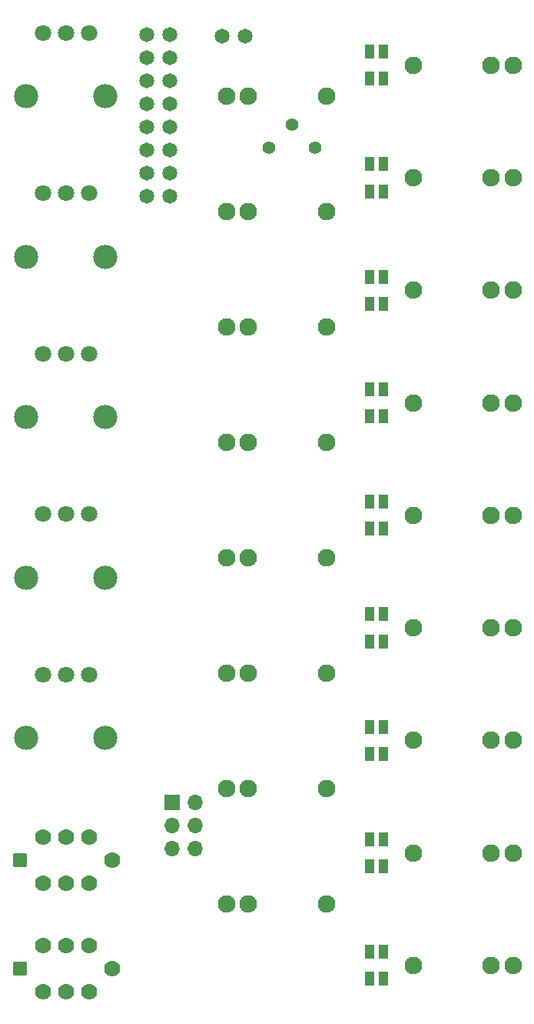
<source format=gbs>
G04 #@! TF.GenerationSoftware,KiCad,Pcbnew,(5.99.0-11177-g6c67dfa032)*
G04 #@! TF.CreationDate,2021-08-04T13:50:33-07:00*
G04 #@! TF.ProjectId,SCMv3,53434d76-332e-46b6-9963-61645f706362,rev?*
G04 #@! TF.SameCoordinates,Original*
G04 #@! TF.FileFunction,Soldermask,Bot*
G04 #@! TF.FilePolarity,Negative*
%FSLAX46Y46*%
G04 Gerber Fmt 4.6, Leading zero omitted, Abs format (unit mm)*
G04 Created by KiCad (PCBNEW (5.99.0-11177-g6c67dfa032)) date 2021-08-04 13:50:33*
%MOMM*%
%LPD*%
G01*
G04 APERTURE LIST*
G04 Aperture macros list*
%AMRoundRect*
0 Rectangle with rounded corners*
0 $1 Rounding radius*
0 $2 $3 $4 $5 $6 $7 $8 $9 X,Y pos of 4 corners*
0 Add a 4 corners polygon primitive as box body*
4,1,4,$2,$3,$4,$5,$6,$7,$8,$9,$2,$3,0*
0 Add four circle primitives for the rounded corners*
1,1,$1+$1,$2,$3*
1,1,$1+$1,$4,$5*
1,1,$1+$1,$6,$7*
1,1,$1+$1,$8,$9*
0 Add four rect primitives between the rounded corners*
20,1,$1+$1,$2,$3,$4,$5,0*
20,1,$1+$1,$4,$5,$6,$7,0*
20,1,$1+$1,$6,$7,$8,$9,0*
20,1,$1+$1,$8,$9,$2,$3,0*%
G04 Aperture macros list end*
%ADD10C,1.651000*%
%ADD11C,1.397000*%
%ADD12R,1.700000X1.700000*%
%ADD13O,1.700000X1.700000*%
%ADD14C,1.930400*%
%ADD15C,1.778000*%
%ADD16RoundRect,0.127000X0.635000X0.635000X-0.635000X0.635000X-0.635000X-0.635000X0.635000X-0.635000X0*%
%ADD17C,1.803400*%
%ADD18C,2.667000*%
%ADD19R,1.100000X1.500000*%
G04 APERTURE END LIST*
D10*
X16740000Y-2230000D03*
X19280000Y-2230000D03*
X16740000Y-4770000D03*
X19280000Y-4770000D03*
X16740000Y-7310000D03*
X19280000Y-7310000D03*
X16740000Y-9850000D03*
X19280000Y-9850000D03*
X16740000Y-12390000D03*
X19280000Y-12390000D03*
X16740000Y-14930000D03*
X19280000Y-14930000D03*
X16740000Y-17470000D03*
X19280000Y-17470000D03*
X16740000Y-20010000D03*
X19280000Y-20010000D03*
D11*
X30210000Y-14680000D03*
X32750000Y-12140000D03*
X35290000Y-14680000D03*
D12*
X19560000Y-86690000D03*
D13*
X22100000Y-86690000D03*
X19560000Y-89230000D03*
X22100000Y-89230000D03*
X19560000Y-91770000D03*
X22100000Y-91770000D03*
D10*
X27560000Y-2420000D03*
X25020000Y-2420000D03*
D14*
X46101000Y-17970500D03*
X57073800Y-17970500D03*
X54660800Y-17970500D03*
D15*
X5257800Y-90512900D03*
X7797800Y-90512900D03*
X10337800Y-90512900D03*
X5257800Y-95592900D03*
X7797800Y-95592900D03*
X10337800Y-95592900D03*
D16*
X2717800Y-93052900D03*
D15*
X12877800Y-93052900D03*
D14*
X36499800Y-9029700D03*
X25527000Y-9029700D03*
X27940000Y-9029700D03*
X36499800Y-34429700D03*
X25527000Y-34429700D03*
X27940000Y-34429700D03*
D17*
X5257963Y-37323457D03*
X7797963Y-37323457D03*
X10337963Y-37323457D03*
D18*
X3403763Y-44333857D03*
X12192163Y-44333857D03*
D19*
X41312400Y-90765500D03*
X41312400Y-93765500D03*
X42812400Y-93765500D03*
X42812400Y-90765500D03*
D14*
X46101000Y-30353000D03*
X57073800Y-30353000D03*
X54660800Y-30353000D03*
X46101000Y-42735500D03*
X57073800Y-42735500D03*
X54660800Y-42735500D03*
D17*
X5257963Y-19670457D03*
X7797963Y-19670457D03*
X10337963Y-19670457D03*
D18*
X3403763Y-26680857D03*
X12192163Y-26680857D03*
D17*
X5257963Y-72629457D03*
X7797963Y-72629457D03*
X10337963Y-72629457D03*
D18*
X3403763Y-79639857D03*
X12192163Y-79639857D03*
D14*
X46101000Y-104648000D03*
X57073800Y-104648000D03*
X54660800Y-104648000D03*
X36499800Y-72529700D03*
X25527000Y-72529700D03*
X27940000Y-72529700D03*
X36499800Y-97929700D03*
X25527000Y-97929700D03*
X27940000Y-97929700D03*
D15*
X5257800Y-102450900D03*
X7797800Y-102450900D03*
X10337800Y-102450900D03*
X5257800Y-107530900D03*
X7797800Y-107530900D03*
X10337800Y-107530900D03*
D16*
X2717800Y-104990900D03*
D15*
X12877800Y-104990900D03*
D14*
X46101000Y-5588000D03*
X57073800Y-5588000D03*
X54660800Y-5588000D03*
X36499800Y-59829700D03*
X25527000Y-59829700D03*
X27940000Y-59829700D03*
X46101000Y-92265500D03*
X57073800Y-92265500D03*
X54660800Y-92265500D03*
X46101000Y-67500500D03*
X57073800Y-67500500D03*
X54660800Y-67500500D03*
X36499800Y-47129700D03*
X25527000Y-47129700D03*
X27940000Y-47129700D03*
X36499800Y-85229700D03*
X25527000Y-85229700D03*
X27940000Y-85229700D03*
D19*
X41312400Y-41235500D03*
X41312400Y-44235500D03*
X42812400Y-44235500D03*
X42812400Y-41235500D03*
D17*
X5257963Y-54976457D03*
X7797963Y-54976457D03*
X10337963Y-54976457D03*
D18*
X3403763Y-61986857D03*
X12192163Y-61986857D03*
D19*
X41312400Y-4088000D03*
X41312400Y-7088000D03*
X42812400Y-7088000D03*
X42812400Y-4088000D03*
D17*
X5257963Y-2017457D03*
X7797963Y-2017457D03*
X10337963Y-2017457D03*
D18*
X3403763Y-9027857D03*
X12192163Y-9027857D03*
D19*
X41312400Y-28853000D03*
X41312400Y-31853000D03*
X42812400Y-31853000D03*
X42812400Y-28853000D03*
X41312400Y-66000500D03*
X41312400Y-69000500D03*
X42812400Y-69000500D03*
X42812400Y-66000500D03*
D14*
X46101000Y-79883000D03*
X57073800Y-79883000D03*
X54660800Y-79883000D03*
D19*
X41312400Y-16470500D03*
X41312400Y-19470500D03*
X42812400Y-19470500D03*
X42812400Y-16470500D03*
X41312400Y-53618000D03*
X41312400Y-56618000D03*
X42812400Y-56618000D03*
X42812400Y-53618000D03*
X41312400Y-78383000D03*
X41312400Y-81383000D03*
X42812400Y-81383000D03*
X42812400Y-78383000D03*
D14*
X46101000Y-55118000D03*
X57073800Y-55118000D03*
X54660800Y-55118000D03*
X36499800Y-21729700D03*
X25527000Y-21729700D03*
X27940000Y-21729700D03*
D19*
X41312400Y-103148000D03*
X41312400Y-106148000D03*
X42812400Y-106148000D03*
X42812400Y-103148000D03*
M02*

</source>
